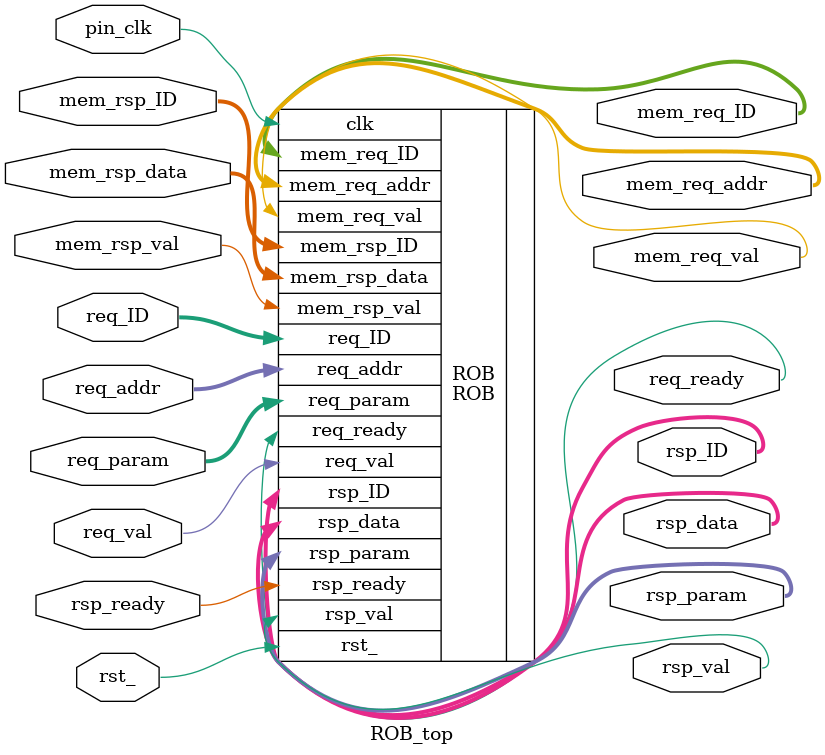
<source format=sv>

`define   TOP_ROB_SIZE    16
`define   TOP_SWIDTH      4 
`define   TOP_AWIDTH      10
`define   TOP_DWIDTH      32
`define   TOP_PWIDTH      5
`define   TOP_IDWIDTH     8


module  ROB_top (
input   wire    pin_clk,
input   wire    rst_,

input   wire                    req_val     ,
input   wire    [`TOP_AWIDTH - 1:0]  req_addr    ,
input   wire    [`TOP_IDWIDTH - 1:0] req_ID      ,
input   wire    [`TOP_PWIDTH - 1:0]  req_param   ,
output  reg                     req_ready   ,

output  reg                     rsp_val     ,
output  reg     [`TOP_DWIDTH - 1:0]  rsp_data    ,
output  reg     [`TOP_IDWIDTH - 1:0] rsp_ID      ,
output  reg     [`TOP_PWIDTH - 1:0]  rsp_param   ,
input   wire                    rsp_ready   ,

output  reg                     mem_req_val     ,
output  reg     [`TOP_AWIDTH - 1:0]  mem_req_addr    ,
output  reg     [`TOP_SWIDTH - 1:0]  mem_req_ID      ,

input   wire                    mem_rsp_val     ,
input   wire    [`TOP_SWIDTH - 1:0]  mem_rsp_ID      ,
input   wire    [`TOP_DWIDTH - 1:0]  mem_rsp_data    

  
);

localparam   ROB_SIZE    = `TOP_ROB_SIZE;
localparam   SWIDTH      = `TOP_SWIDTH  ;
localparam   AWIDTH      = `TOP_AWIDTH  ;
localparam   DWIDTH      = `TOP_DWIDTH  ;
localparam   PWIDTH      = `TOP_PWIDTH  ;
localparam   IDWIDTH     = `TOP_IDWIDTH ;

/*
wire	clk;
wire	pll_clk;

my_pll u0 (
    .inclk0   	(pin_clk),
    .c0 			(pll_clk)
);

global global ( .in(pin_clk), .out(clk) );
*/    
ROB #(
        .ROB_SIZE                               ( ROB_SIZE     ),
        .SWIDTH                                 ( SWIDTH       ),
        .AWIDTH                                 ( AWIDTH       ),
        .DWIDTH                                 ( DWIDTH       ),
        .PWIDTH                                 ( PWIDTH       ),
        .IDWIDTH                                ( IDWIDTH      )
)
    ROB (
        .clk                                    ( pin_clk		),
        .rst_                                   ( rst_         ),

        .req_val                                ( req_val      ),
        .req_addr                               ( req_addr     ),
        .req_ID                                 ( req_ID       ),
        .req_param                              ( req_param    ),
        .req_ready                              ( req_ready    ),

        .rsp_val                                ( rsp_val      ),
        .rsp_data                               ( rsp_data     ),
        .rsp_ID                                 ( rsp_ID       ),
        .rsp_param                              ( rsp_param    ),
        .rsp_ready                              ( rsp_ready    ),

        .mem_req_val                            ( mem_req_val  ),
        .mem_req_addr                           ( mem_req_addr ),
        .mem_req_ID                             ( mem_req_ID   ),

        .mem_rsp_val                            ( mem_rsp_val  ),
        .mem_rsp_ID                             ( mem_rsp_ID   ),
        .mem_rsp_data                           ( mem_rsp_data )

);


endmodule 




</source>
